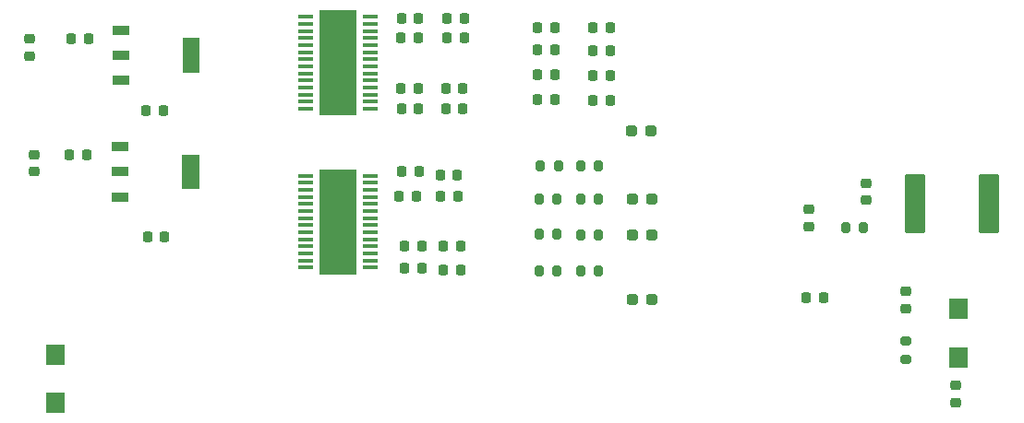
<source format=gbr>
%TF.GenerationSoftware,KiCad,Pcbnew,7.0.7*%
%TF.CreationDate,2024-03-26T08:25:24-07:00*%
%TF.ProjectId,Power-board,506f7765-722d-4626-9f61-72642e6b6963,rev?*%
%TF.SameCoordinates,Original*%
%TF.FileFunction,Paste,Top*%
%TF.FilePolarity,Positive*%
%FSLAX46Y46*%
G04 Gerber Fmt 4.6, Leading zero omitted, Abs format (unit mm)*
G04 Created by KiCad (PCBNEW 7.0.7) date 2024-03-26 08:25:24*
%MOMM*%
%LPD*%
G01*
G04 APERTURE LIST*
G04 Aperture macros list*
%AMRoundRect*
0 Rectangle with rounded corners*
0 $1 Rounding radius*
0 $2 $3 $4 $5 $6 $7 $8 $9 X,Y pos of 4 corners*
0 Add a 4 corners polygon primitive as box body*
4,1,4,$2,$3,$4,$5,$6,$7,$8,$9,$2,$3,0*
0 Add four circle primitives for the rounded corners*
1,1,$1+$1,$2,$3*
1,1,$1+$1,$4,$5*
1,1,$1+$1,$6,$7*
1,1,$1+$1,$8,$9*
0 Add four rect primitives between the rounded corners*
20,1,$1+$1,$2,$3,$4,$5,0*
20,1,$1+$1,$4,$5,$6,$7,0*
20,1,$1+$1,$6,$7,$8,$9,0*
20,1,$1+$1,$8,$9,$2,$3,0*%
G04 Aperture macros list end*
%ADD10RoundRect,0.200000X-0.200000X-0.275000X0.200000X-0.275000X0.200000X0.275000X-0.200000X0.275000X0*%
%ADD11RoundRect,0.218750X0.218750X0.256250X-0.218750X0.256250X-0.218750X-0.256250X0.218750X-0.256250X0*%
%ADD12RoundRect,0.225000X-0.250000X0.225000X-0.250000X-0.225000X0.250000X-0.225000X0.250000X0.225000X0*%
%ADD13RoundRect,0.225000X-0.225000X-0.250000X0.225000X-0.250000X0.225000X0.250000X-0.225000X0.250000X0*%
%ADD14RoundRect,0.218750X0.256250X-0.218750X0.256250X0.218750X-0.256250X0.218750X-0.256250X-0.218750X0*%
%ADD15RoundRect,0.225000X0.225000X0.250000X-0.225000X0.250000X-0.225000X-0.250000X0.225000X-0.250000X0*%
%ADD16RoundRect,0.225000X0.250000X-0.225000X0.250000X0.225000X-0.250000X0.225000X-0.250000X-0.225000X0*%
%ADD17RoundRect,0.218750X-0.218750X-0.256250X0.218750X-0.256250X0.218750X0.256250X-0.218750X0.256250X0*%
%ADD18RoundRect,0.200000X0.200000X0.275000X-0.200000X0.275000X-0.200000X-0.275000X0.200000X-0.275000X0*%
%ADD19R,1.676400X1.879600*%
%ADD20RoundRect,0.200000X-0.275000X0.200000X-0.275000X-0.200000X0.275000X-0.200000X0.275000X0.200000X0*%
%ADD21R,1.400000X0.449999*%
%ADD22R,3.400001X9.700001*%
%ADD23RoundRect,0.237500X0.287500X0.237500X-0.287500X0.237500X-0.287500X-0.237500X0.287500X-0.237500X0*%
%ADD24RoundRect,0.250000X-0.712500X-2.475000X0.712500X-2.475000X0.712500X2.475000X-0.712500X2.475000X0*%
%ADD25R,1.549400X0.863600*%
%ADD26RoundRect,0.361950X-0.361950X1.098550X-0.361950X-1.098550X0.361950X-1.098550X0.361950X1.098550X0*%
G04 APERTURE END LIST*
%TO.C,U3*%
G36*
X107400570Y-69198894D02*
G01*
X107409295Y-69201541D01*
X107417334Y-69205836D01*
X107424380Y-69211620D01*
X107430164Y-69218666D01*
X107434459Y-69226705D01*
X107437105Y-69235430D01*
X107437999Y-69244500D01*
X107437999Y-74331500D01*
X107437105Y-74340570D01*
X107434459Y-74349295D01*
X107430164Y-74357334D01*
X107424380Y-74364380D01*
X107417334Y-74370164D01*
X107409295Y-74374459D01*
X107400570Y-74377106D01*
X107391500Y-74378000D01*
X104384500Y-74378000D01*
X104375430Y-74377106D01*
X104366705Y-74374459D01*
X104358666Y-74370164D01*
X104351620Y-74364380D01*
X104345836Y-74357334D01*
X104341541Y-74349295D01*
X104338895Y-74340570D01*
X104338001Y-74331500D01*
X104338001Y-69244500D01*
X104338895Y-69235430D01*
X104341541Y-69226705D01*
X104345836Y-69218666D01*
X104351620Y-69211620D01*
X104358666Y-69205836D01*
X104366705Y-69201541D01*
X104375430Y-69198894D01*
X104384500Y-69198000D01*
X107391500Y-69198000D01*
X107400570Y-69198894D01*
G37*
%TO.C,U1*%
G36*
X93170500Y-72684800D02*
G01*
X91621100Y-72684800D01*
X91621100Y-69535200D01*
X93170500Y-69535200D01*
X93170500Y-72684800D01*
G37*
%TO.C,U2*%
G36*
X107370567Y-83800894D02*
G01*
X107379292Y-83803541D01*
X107387331Y-83807836D01*
X107394377Y-83813620D01*
X107400161Y-83820666D01*
X107404456Y-83828705D01*
X107407102Y-83837430D01*
X107407996Y-83846500D01*
X107407996Y-88933500D01*
X107407102Y-88942570D01*
X107404456Y-88951295D01*
X107400161Y-88959334D01*
X107394377Y-88966380D01*
X107387331Y-88972164D01*
X107379292Y-88976459D01*
X107370567Y-88979106D01*
X107361497Y-88980000D01*
X104354497Y-88980000D01*
X104345427Y-88979106D01*
X104336702Y-88976459D01*
X104328663Y-88972164D01*
X104321617Y-88966380D01*
X104315833Y-88959334D01*
X104311538Y-88951295D01*
X104308892Y-88942570D01*
X104307998Y-88933500D01*
X104307998Y-83846500D01*
X104308892Y-83837430D01*
X104311538Y-83828705D01*
X104315833Y-83820666D01*
X104321617Y-83813620D01*
X104328663Y-83807836D01*
X104336702Y-83803541D01*
X104345427Y-83800894D01*
X104354497Y-83800000D01*
X107361497Y-83800000D01*
X107370567Y-83800894D01*
G37*
%TO.C,U4*%
G36*
X93150500Y-83384800D02*
G01*
X91601100Y-83384800D01*
X91601100Y-80235200D01*
X93150500Y-80235200D01*
X93150500Y-83384800D01*
G37*
%TD*%
D10*
%TO.C,R10*%
X124334000Y-90932000D03*
X125984000Y-90932000D03*
%TD*%
D11*
%TO.C,D19*%
X125755500Y-72898000D03*
X124180500Y-72898000D03*
%TD*%
D12*
%TO.C,C7*%
X162557500Y-101454000D03*
X162557500Y-103004000D03*
%TD*%
D11*
%TO.C,D13*%
X113563500Y-90678000D03*
X111988500Y-90678000D03*
%TD*%
%TO.C,D6*%
X113254003Y-67694000D03*
X111679003Y-67694000D03*
%TD*%
D10*
%TO.C,R7*%
X124460000Y-81280000D03*
X126110000Y-81280000D03*
%TD*%
D11*
%TO.C,D8*%
X113203003Y-74168000D03*
X111628003Y-74168000D03*
%TD*%
%TO.C,D10*%
X113304997Y-81788000D03*
X111729997Y-81788000D03*
%TD*%
D13*
%TO.C,C4*%
X115892001Y-67735001D03*
X117442001Y-67735001D03*
%TD*%
D14*
%TO.C,D2*%
X149083500Y-86842000D03*
X149083500Y-85267000D03*
%TD*%
D15*
%TO.C,C5*%
X90000000Y-87800000D03*
X88450000Y-87800000D03*
%TD*%
D16*
%TO.C,C1*%
X77600000Y-71150000D03*
X77600000Y-69600000D03*
%TD*%
D17*
%TO.C,D21*%
X129286000Y-72948000D03*
X130861000Y-72948000D03*
%TD*%
D11*
%TO.C,F2*%
X83000000Y-69600000D03*
X81425000Y-69600000D03*
%TD*%
D16*
%TO.C,C12*%
X157985500Y-94368000D03*
X157985500Y-92818000D03*
%TD*%
D18*
%TO.C,R4*%
X129794000Y-84285002D03*
X128144000Y-84285002D03*
%TD*%
D13*
%TO.C,C16*%
X115557000Y-90805000D03*
X117107000Y-90805000D03*
%TD*%
D18*
%TO.C,R5*%
X129793000Y-87587002D03*
X128143000Y-87587002D03*
%TD*%
%TO.C,R6*%
X129794000Y-90889002D03*
X128144000Y-90889002D03*
%TD*%
D19*
%TO.C,D16*%
X79950000Y-98600000D03*
X79950000Y-103019600D03*
%TD*%
D20*
%TO.C,R1*%
X157985500Y-97353000D03*
X157985500Y-99003000D03*
%TD*%
D21*
%TO.C,U3*%
X102938001Y-67563000D03*
X102938001Y-68213001D03*
X102938001Y-68863000D03*
X102938001Y-69513001D03*
X102938001Y-70162999D03*
X102938001Y-70813001D03*
X102938001Y-71462999D03*
X102938001Y-72113001D03*
X102938001Y-72762999D03*
X102938001Y-73413001D03*
X102938001Y-74062999D03*
X102938001Y-74713000D03*
X102938001Y-75362999D03*
X102938001Y-76013000D03*
X108838002Y-76013000D03*
X108838002Y-75362999D03*
X108838002Y-74713000D03*
X108838002Y-74062999D03*
X108838002Y-73413001D03*
X108838002Y-72762999D03*
X108838002Y-72113001D03*
X108838002Y-71462999D03*
X108838002Y-70813001D03*
X108838002Y-70162999D03*
X108838002Y-69513001D03*
X108838002Y-68863000D03*
X108838002Y-68213001D03*
X108838002Y-67563000D03*
D22*
X105888000Y-71788000D03*
%TD*%
D16*
%TO.C,C3*%
X78000000Y-81800000D03*
X78000000Y-80250000D03*
%TD*%
D10*
%TO.C,R8*%
X124334000Y-84328000D03*
X125984000Y-84328000D03*
%TD*%
D11*
%TO.C,D7*%
X113203003Y-69472000D03*
X111628003Y-69472000D03*
%TD*%
%TO.C,D11*%
X113563500Y-88646000D03*
X111988500Y-88646000D03*
%TD*%
D23*
%TO.C,D1*%
X134551999Y-78018001D03*
X132801999Y-78018001D03*
%TD*%
D13*
%TO.C,C9*%
X115743003Y-74168000D03*
X117293003Y-74168000D03*
%TD*%
%TO.C,C13*%
X115285997Y-82072000D03*
X116835997Y-82072000D03*
%TD*%
D11*
%TO.C,D9*%
X113254003Y-75972000D03*
X111679003Y-75972000D03*
%TD*%
%TO.C,D20*%
X125755500Y-75184000D03*
X124180500Y-75184000D03*
%TD*%
D24*
%TO.C,F1*%
X158830500Y-84716000D03*
X165605500Y-84716000D03*
%TD*%
D17*
%TO.C,D14*%
X129260500Y-68580000D03*
X130835500Y-68580000D03*
%TD*%
D11*
%TO.C,F3*%
X82851000Y-80286000D03*
X81276000Y-80286000D03*
%TD*%
D15*
%TO.C,C11*%
X150378500Y-93352000D03*
X148828500Y-93352000D03*
%TD*%
D16*
%TO.C,C6*%
X154285500Y-84396000D03*
X154285500Y-82846000D03*
%TD*%
D25*
%TO.C,U1*%
X85944200Y-68810000D03*
X85944200Y-71110000D03*
X85944200Y-73410000D03*
D26*
X92383100Y-71122700D03*
%TD*%
D11*
%TO.C,D17*%
X125781000Y-68526000D03*
X124206000Y-68526000D03*
%TD*%
D13*
%TO.C,C15*%
X115303000Y-84074000D03*
X116853000Y-84074000D03*
%TD*%
D23*
%TO.C,D3*%
X134657000Y-84285002D03*
X132907000Y-84285002D03*
%TD*%
D21*
%TO.C,U2*%
X102907998Y-82165000D03*
X102907998Y-82815001D03*
X102907998Y-83465000D03*
X102907998Y-84115001D03*
X102907998Y-84764999D03*
X102907998Y-85415001D03*
X102907998Y-86064999D03*
X102907998Y-86715001D03*
X102907998Y-87364999D03*
X102907998Y-88015001D03*
X102907998Y-88664999D03*
X102907998Y-89315000D03*
X102907998Y-89964999D03*
X102907998Y-90615000D03*
X108807999Y-90615000D03*
X108807999Y-89964999D03*
X108807999Y-89315000D03*
X108807999Y-88664999D03*
X108807999Y-88015001D03*
X108807999Y-87364999D03*
X108807999Y-86715001D03*
X108807999Y-86064999D03*
X108807999Y-85415001D03*
X108807999Y-84764999D03*
X108807999Y-84115001D03*
X108807999Y-83465000D03*
X108807999Y-82815001D03*
X108807999Y-82165000D03*
D22*
X105857997Y-86390000D03*
%TD*%
D11*
%TO.C,D18*%
X125755500Y-70612000D03*
X124180500Y-70612000D03*
%TD*%
D23*
%TO.C,D5*%
X134634200Y-93512001D03*
X132884200Y-93512001D03*
%TD*%
D13*
%TO.C,C10*%
X115793003Y-75990001D03*
X117343003Y-75990001D03*
%TD*%
D11*
%TO.C,D12*%
X113055500Y-84074000D03*
X111480500Y-84074000D03*
%TD*%
D18*
%TO.C,R3*%
X154085500Y-86946000D03*
X152435500Y-86946000D03*
%TD*%
D23*
%TO.C,D4*%
X134657000Y-87587002D03*
X132907000Y-87587002D03*
%TD*%
D17*
%TO.C,D22*%
X129286000Y-70712000D03*
X130861000Y-70712000D03*
%TD*%
D13*
%TO.C,C8*%
X115892001Y-69513001D03*
X117442001Y-69513001D03*
%TD*%
D17*
%TO.C,D23*%
X129286000Y-75284000D03*
X130861000Y-75284000D03*
%TD*%
D13*
%TO.C,C14*%
X115557000Y-88646000D03*
X117107000Y-88646000D03*
%TD*%
D19*
%TO.C,D15*%
X162785500Y-98846000D03*
X162785500Y-94426400D03*
%TD*%
D10*
%TO.C,R9*%
X124334000Y-87570000D03*
X125984000Y-87570000D03*
%TD*%
D18*
%TO.C,R2*%
X129794000Y-81237002D03*
X128144000Y-81237002D03*
%TD*%
D25*
%TO.C,U4*%
X85924200Y-79510000D03*
X85924200Y-81810000D03*
X85924200Y-84110000D03*
D26*
X92363100Y-81822700D03*
%TD*%
D15*
%TO.C,C2*%
X89850000Y-76150000D03*
X88300000Y-76150000D03*
%TD*%
M02*

</source>
